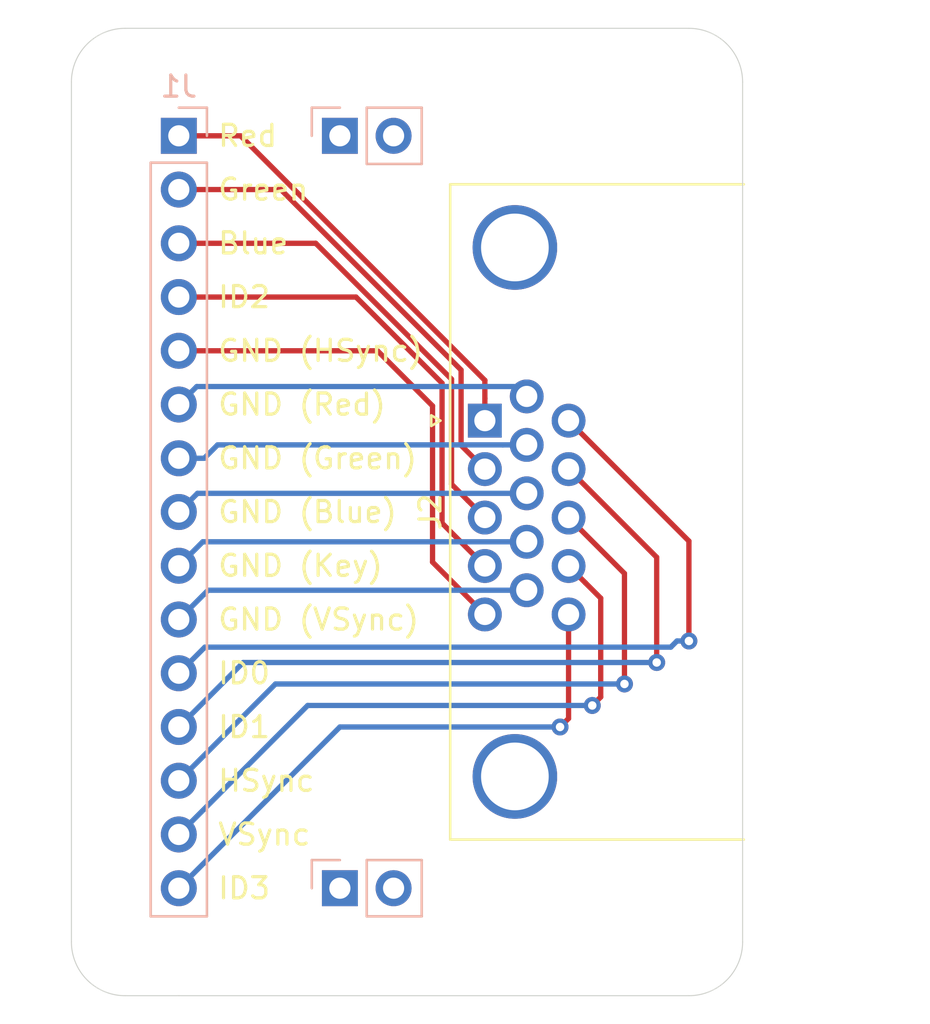
<source format=kicad_pcb>
(kicad_pcb (version 20171130) (host pcbnew "(5.1.5)-3")

  (general
    (thickness 1.6)
    (drawings 24)
    (tracks 64)
    (zones 0)
    (modules 6)
    (nets 21)
  )

  (page A4)
  (layers
    (0 F.Cu signal)
    (31 B.Cu signal)
    (32 B.Adhes user)
    (33 F.Adhes user)
    (34 B.Paste user)
    (35 F.Paste user)
    (36 B.SilkS user)
    (37 F.SilkS user)
    (38 B.Mask user)
    (39 F.Mask user)
    (40 Dwgs.User user)
    (41 Cmts.User user)
    (42 Eco1.User user)
    (43 Eco2.User user)
    (44 Edge.Cuts user)
    (45 Margin user)
    (46 B.CrtYd user)
    (47 F.CrtYd user)
    (48 B.Fab user)
    (49 F.Fab user)
  )

  (setup
    (last_trace_width 0.25)
    (trace_clearance 0.2)
    (zone_clearance 0.508)
    (zone_45_only no)
    (trace_min 0.2)
    (via_size 0.8)
    (via_drill 0.4)
    (via_min_size 0.4)
    (via_min_drill 0.3)
    (uvia_size 0.3)
    (uvia_drill 0.1)
    (uvias_allowed no)
    (uvia_min_size 0.2)
    (uvia_min_drill 0.1)
    (edge_width 0.05)
    (segment_width 0.2)
    (pcb_text_width 0.3)
    (pcb_text_size 1.5 1.5)
    (mod_edge_width 0.12)
    (mod_text_size 1 1)
    (mod_text_width 0.15)
    (pad_size 1.524 1.524)
    (pad_drill 0.762)
    (pad_to_mask_clearance 0.051)
    (solder_mask_min_width 0.25)
    (aux_axis_origin 0 0)
    (visible_elements 7FFFFFFF)
    (pcbplotparams
      (layerselection 0x010fc_ffffffff)
      (usegerberextensions false)
      (usegerberattributes false)
      (usegerberadvancedattributes false)
      (creategerberjobfile false)
      (excludeedgelayer true)
      (linewidth 0.100000)
      (plotframeref false)
      (viasonmask false)
      (mode 1)
      (useauxorigin false)
      (hpglpennumber 1)
      (hpglpenspeed 20)
      (hpglpendiameter 15.000000)
      (psnegative false)
      (psa4output false)
      (plotreference true)
      (plotvalue true)
      (plotinvisibletext false)
      (padsonsilk false)
      (subtractmaskfromsilk false)
      (outputformat 1)
      (mirror false)
      (drillshape 1)
      (scaleselection 1)
      (outputdirectory ""))
  )

  (net 0 "")
  (net 1 "Net-(J1-Pad15)")
  (net 2 "Net-(J1-Pad14)")
  (net 3 "Net-(J1-Pad13)")
  (net 4 "Net-(J1-Pad12)")
  (net 5 "Net-(J1-Pad11)")
  (net 6 "Net-(J1-Pad10)")
  (net 7 "Net-(J1-Pad9)")
  (net 8 "Net-(J1-Pad8)")
  (net 9 "Net-(J1-Pad7)")
  (net 10 "Net-(J1-Pad6)")
  (net 11 "Net-(J1-Pad5)")
  (net 12 "Net-(J1-Pad4)")
  (net 13 "Net-(J1-Pad3)")
  (net 14 "Net-(J1-Pad2)")
  (net 15 "Net-(J1-Pad1)")
  (net 16 "Net-(J2-Pad0)")
  (net 17 "Net-(J3-Pad2)")
  (net 18 "Net-(J3-Pad1)")
  (net 19 "Net-(J4-Pad2)")
  (net 20 "Net-(J4-Pad1)")

  (net_class Default "This is the default net class."
    (clearance 0.2)
    (trace_width 0.25)
    (via_dia 0.8)
    (via_drill 0.4)
    (uvia_dia 0.3)
    (uvia_drill 0.1)
    (add_net "Net-(J1-Pad1)")
    (add_net "Net-(J1-Pad10)")
    (add_net "Net-(J1-Pad11)")
    (add_net "Net-(J1-Pad12)")
    (add_net "Net-(J1-Pad13)")
    (add_net "Net-(J1-Pad14)")
    (add_net "Net-(J1-Pad15)")
    (add_net "Net-(J1-Pad2)")
    (add_net "Net-(J1-Pad3)")
    (add_net "Net-(J1-Pad4)")
    (add_net "Net-(J1-Pad5)")
    (add_net "Net-(J1-Pad6)")
    (add_net "Net-(J1-Pad7)")
    (add_net "Net-(J1-Pad8)")
    (add_net "Net-(J1-Pad9)")
    (add_net "Net-(J2-Pad0)")
    (add_net "Net-(J3-Pad1)")
    (add_net "Net-(J3-Pad2)")
    (add_net "Net-(J4-Pad1)")
    (add_net "Net-(J4-Pad2)")
  )

  (module MountingHole:MountingHole_2mm (layer F.Cu) (tedit 5B924920) (tstamp 5FB56CF3)
    (at 148.59 107.95 90)
    (descr "Mounting Hole 2mm, no annular")
    (tags "mounting hole 2mm no annular")
    (path /5FBF8984)
    (attr virtual)
    (fp_text reference H2 (at 0 -3.2 90) (layer F.SilkS) hide
      (effects (font (size 1 1) (thickness 0.15)))
    )
    (fp_text value MountingHole (at 0 3.1 90) (layer F.Fab)
      (effects (font (size 1 1) (thickness 0.15)))
    )
    (fp_circle (center 0 0) (end 2.25 0) (layer F.CrtYd) (width 0.05))
    (fp_circle (center 0 0) (end 2 0) (layer Cmts.User) (width 0.15))
    (fp_text user %R (at 0.3 0 90) (layer F.Fab)
      (effects (font (size 1 1) (thickness 0.15)))
    )
    (pad "" np_thru_hole circle (at 0 0 90) (size 2 2) (drill 2) (layers *.Cu *.Mask))
  )

  (module MountingHole:MountingHole_2mm (layer F.Cu) (tedit 5B924920) (tstamp 5FB56D08)
    (at 148.59 69.85 90)
    (descr "Mounting Hole 2mm, no annular")
    (tags "mounting hole 2mm no annular")
    (path /5FBF846B)
    (attr virtual)
    (fp_text reference H1 (at 0 -3.2 90) (layer F.SilkS) hide
      (effects (font (size 1 1) (thickness 0.15)))
    )
    (fp_text value MountingHole (at 0 3.1 90) (layer F.Fab)
      (effects (font (size 1 1) (thickness 0.15)))
    )
    (fp_circle (center 0 0) (end 2.25 0) (layer F.CrtYd) (width 0.05))
    (fp_circle (center 0 0) (end 2 0) (layer Cmts.User) (width 0.15))
    (fp_text user %R (at 0.3 0 90) (layer F.Fab)
      (effects (font (size 1 1) (thickness 0.15)))
    )
    (pad "" np_thru_hole circle (at 0 0 90) (size 2 2) (drill 2) (layers *.Cu *.Mask))
  )

  (module Connector_PinHeader_2.54mm:PinHeader_1x02_P2.54mm_Vertical (layer B.Cu) (tedit 59FED5CC) (tstamp 5FB5686D)
    (at 135.89 71.12 270)
    (descr "Through hole straight pin header, 1x02, 2.54mm pitch, single row")
    (tags "Through hole pin header THT 1x02 2.54mm single row")
    (path /5FBF308F)
    (fp_text reference J4 (at 0 2.33 270) (layer B.SilkS) hide
      (effects (font (size 1 1) (thickness 0.15)) (justify mirror))
    )
    (fp_text value Holder1 (at 0 -4.87 270) (layer B.Fab)
      (effects (font (size 1 1) (thickness 0.15)) (justify mirror))
    )
    (fp_text user %R (at 0 -1.27) (layer B.Fab)
      (effects (font (size 1 1) (thickness 0.15)) (justify mirror))
    )
    (fp_line (start 1.8 1.8) (end -1.8 1.8) (layer B.CrtYd) (width 0.05))
    (fp_line (start 1.8 -4.35) (end 1.8 1.8) (layer B.CrtYd) (width 0.05))
    (fp_line (start -1.8 -4.35) (end 1.8 -4.35) (layer B.CrtYd) (width 0.05))
    (fp_line (start -1.8 1.8) (end -1.8 -4.35) (layer B.CrtYd) (width 0.05))
    (fp_line (start -1.33 1.33) (end 0 1.33) (layer B.SilkS) (width 0.12))
    (fp_line (start -1.33 0) (end -1.33 1.33) (layer B.SilkS) (width 0.12))
    (fp_line (start -1.33 -1.27) (end 1.33 -1.27) (layer B.SilkS) (width 0.12))
    (fp_line (start 1.33 -1.27) (end 1.33 -3.87) (layer B.SilkS) (width 0.12))
    (fp_line (start -1.33 -1.27) (end -1.33 -3.87) (layer B.SilkS) (width 0.12))
    (fp_line (start -1.33 -3.87) (end 1.33 -3.87) (layer B.SilkS) (width 0.12))
    (fp_line (start -1.27 0.635) (end -0.635 1.27) (layer B.Fab) (width 0.1))
    (fp_line (start -1.27 -3.81) (end -1.27 0.635) (layer B.Fab) (width 0.1))
    (fp_line (start 1.27 -3.81) (end -1.27 -3.81) (layer B.Fab) (width 0.1))
    (fp_line (start 1.27 1.27) (end 1.27 -3.81) (layer B.Fab) (width 0.1))
    (fp_line (start -0.635 1.27) (end 1.27 1.27) (layer B.Fab) (width 0.1))
    (pad 2 thru_hole oval (at 0 -2.54 270) (size 1.7 1.7) (drill 1) (layers *.Cu *.Mask)
      (net 19 "Net-(J4-Pad2)"))
    (pad 1 thru_hole rect (at 0 0 270) (size 1.7 1.7) (drill 1) (layers *.Cu *.Mask)
      (net 20 "Net-(J4-Pad1)"))
    (model ${KISYS3DMOD}/Connector_PinHeader_2.54mm.3dshapes/PinHeader_1x02_P2.54mm_Vertical.wrl
      (at (xyz 0 0 0))
      (scale (xyz 1 1 1))
      (rotate (xyz 0 0 0))
    )
  )

  (module Connector_PinHeader_2.54mm:PinHeader_1x02_P2.54mm_Vertical (layer B.Cu) (tedit 59FED5CC) (tstamp 5FB56857)
    (at 135.89 106.68 270)
    (descr "Through hole straight pin header, 1x02, 2.54mm pitch, single row")
    (tags "Through hole pin header THT 1x02 2.54mm single row")
    (path /5FBF2A1E)
    (fp_text reference J3 (at 0 2.33 270) (layer B.SilkS) hide
      (effects (font (size 1 1) (thickness 0.15)) (justify mirror))
    )
    (fp_text value Holder2 (at 0 -4.87 270) (layer B.Fab)
      (effects (font (size 1 1) (thickness 0.15)) (justify mirror))
    )
    (fp_text user %R (at 0 -1.27) (layer B.Fab)
      (effects (font (size 1 1) (thickness 0.15)) (justify mirror))
    )
    (fp_line (start 1.8 1.8) (end -1.8 1.8) (layer B.CrtYd) (width 0.05))
    (fp_line (start 1.8 -4.35) (end 1.8 1.8) (layer B.CrtYd) (width 0.05))
    (fp_line (start -1.8 -4.35) (end 1.8 -4.35) (layer B.CrtYd) (width 0.05))
    (fp_line (start -1.8 1.8) (end -1.8 -4.35) (layer B.CrtYd) (width 0.05))
    (fp_line (start -1.33 1.33) (end 0 1.33) (layer B.SilkS) (width 0.12))
    (fp_line (start -1.33 0) (end -1.33 1.33) (layer B.SilkS) (width 0.12))
    (fp_line (start -1.33 -1.27) (end 1.33 -1.27) (layer B.SilkS) (width 0.12))
    (fp_line (start 1.33 -1.27) (end 1.33 -3.87) (layer B.SilkS) (width 0.12))
    (fp_line (start -1.33 -1.27) (end -1.33 -3.87) (layer B.SilkS) (width 0.12))
    (fp_line (start -1.33 -3.87) (end 1.33 -3.87) (layer B.SilkS) (width 0.12))
    (fp_line (start -1.27 0.635) (end -0.635 1.27) (layer B.Fab) (width 0.1))
    (fp_line (start -1.27 -3.81) (end -1.27 0.635) (layer B.Fab) (width 0.1))
    (fp_line (start 1.27 -3.81) (end -1.27 -3.81) (layer B.Fab) (width 0.1))
    (fp_line (start 1.27 1.27) (end 1.27 -3.81) (layer B.Fab) (width 0.1))
    (fp_line (start -0.635 1.27) (end 1.27 1.27) (layer B.Fab) (width 0.1))
    (pad 2 thru_hole oval (at 0 -2.54 270) (size 1.7 1.7) (drill 1) (layers *.Cu *.Mask)
      (net 17 "Net-(J3-Pad2)"))
    (pad 1 thru_hole rect (at 0 0 270) (size 1.7 1.7) (drill 1) (layers *.Cu *.Mask)
      (net 18 "Net-(J3-Pad1)"))
    (model ${KISYS3DMOD}/Connector_PinHeader_2.54mm.3dshapes/PinHeader_1x02_P2.54mm_Vertical.wrl
      (at (xyz 0 0 0))
      (scale (xyz 1 1 1))
      (rotate (xyz 0 0 0))
    )
  )

  (module Connector_Dsub:DSUB-15-HD_Female_Horizontal_P2.29x1.98mm_EdgePinOffset8.35mm_Housed_MountingHolesOffset10.89mm (layer F.Cu) (tedit 59FEDEE2) (tstamp 5FB55F2D)
    (at 142.748 84.582 90)
    (descr "15-pin D-Sub connector, horizontal/angled (90 deg), THT-mount, female, pitch 2.29x1.98mm, pin-PCB-offset 8.35mm, distance of mounting holes 25mm, distance of mounting holes to PCB edge 10.889999999999999mm, see https://disti-assets.s3.amazonaws.com/tonar/files/datasheets/16730.pdf")
    (tags "15-pin D-Sub connector horizontal angled 90deg THT female pitch 2.29x1.98mm pin-PCB-offset 8.35mm mounting-holes-distance 25mm mounting-hole-offset 25mm")
    (path /5FBDA24B)
    (fp_text reference J2 (at -4.315 -2.58 90) (layer F.SilkS)
      (effects (font (size 1 1) (thickness 0.15)))
    )
    (fp_text value "VGA Port" (at -4.315 20.21 90) (layer F.Fab)
      (effects (font (size 1 1) (thickness 0.15)))
    )
    (fp_text user %R (at -4.315 15.71 90) (layer F.Fab)
      (effects (font (size 1 1) (thickness 0.15)))
    )
    (fp_line (start 11.65 -2.1) (end -20.25 -2.1) (layer F.CrtYd) (width 0.05))
    (fp_line (start 11.65 19.25) (end 11.65 -2.1) (layer F.CrtYd) (width 0.05))
    (fp_line (start -20.25 19.25) (end 11.65 19.25) (layer F.CrtYd) (width 0.05))
    (fp_line (start -20.25 -2.1) (end -20.25 19.25) (layer F.CrtYd) (width 0.05))
    (fp_line (start 0 -2.101325) (end -0.25 -2.534338) (layer F.SilkS) (width 0.12))
    (fp_line (start 0.25 -2.534338) (end 0 -2.101325) (layer F.SilkS) (width 0.12))
    (fp_line (start -0.25 -2.534338) (end 0.25 -2.534338) (layer F.SilkS) (width 0.12))
    (fp_line (start 11.17 -1.64) (end 11.17 12.25) (layer F.SilkS) (width 0.12))
    (fp_line (start -19.8 -1.64) (end 11.17 -1.64) (layer F.SilkS) (width 0.12))
    (fp_line (start -19.8 12.25) (end -19.8 -1.64) (layer F.SilkS) (width 0.12))
    (fp_line (start 9.785 12.31) (end 9.785 1.42) (layer F.Fab) (width 0.1))
    (fp_line (start 6.585 12.31) (end 6.585 1.42) (layer F.Fab) (width 0.1))
    (fp_line (start -15.215 12.31) (end -15.215 1.42) (layer F.Fab) (width 0.1))
    (fp_line (start -18.415 12.31) (end -18.415 1.42) (layer F.Fab) (width 0.1))
    (fp_line (start 10.685 12.71) (end 5.685 12.71) (layer F.Fab) (width 0.1))
    (fp_line (start 10.685 17.71) (end 10.685 12.71) (layer F.Fab) (width 0.1))
    (fp_line (start 5.685 17.71) (end 10.685 17.71) (layer F.Fab) (width 0.1))
    (fp_line (start 5.685 12.71) (end 5.685 17.71) (layer F.Fab) (width 0.1))
    (fp_line (start -14.315 12.71) (end -19.315 12.71) (layer F.Fab) (width 0.1))
    (fp_line (start -14.315 17.71) (end -14.315 12.71) (layer F.Fab) (width 0.1))
    (fp_line (start -19.315 17.71) (end -14.315 17.71) (layer F.Fab) (width 0.1))
    (fp_line (start -19.315 12.71) (end -19.315 17.71) (layer F.Fab) (width 0.1))
    (fp_line (start 3.835 12.71) (end -12.465 12.71) (layer F.Fab) (width 0.1))
    (fp_line (start 3.835 18.71) (end 3.835 12.71) (layer F.Fab) (width 0.1))
    (fp_line (start -12.465 18.71) (end 3.835 18.71) (layer F.Fab) (width 0.1))
    (fp_line (start -12.465 12.71) (end -12.465 18.71) (layer F.Fab) (width 0.1))
    (fp_line (start 11.11 12.31) (end -19.74 12.31) (layer F.Fab) (width 0.1))
    (fp_line (start 11.11 12.71) (end 11.11 12.31) (layer F.Fab) (width 0.1))
    (fp_line (start -19.74 12.71) (end 11.11 12.71) (layer F.Fab) (width 0.1))
    (fp_line (start -19.74 12.31) (end -19.74 12.71) (layer F.Fab) (width 0.1))
    (fp_line (start 11.11 -1.58) (end -19.74 -1.58) (layer F.Fab) (width 0.1))
    (fp_line (start 11.11 12.31) (end 11.11 -1.58) (layer F.Fab) (width 0.1))
    (fp_line (start -19.74 12.31) (end 11.11 12.31) (layer F.Fab) (width 0.1))
    (fp_line (start -19.74 -1.58) (end -19.74 12.31) (layer F.Fab) (width 0.1))
    (fp_arc (start 8.185 1.42) (end 6.585 1.42) (angle 180) (layer F.Fab) (width 0.1))
    (fp_arc (start -16.815 1.42) (end -18.415 1.42) (angle 180) (layer F.Fab) (width 0.1))
    (pad 0 thru_hole circle (at 8.185 1.42 90) (size 4 4) (drill 3.2) (layers *.Cu *.Mask)
      (net 16 "Net-(J2-Pad0)"))
    (pad 0 thru_hole circle (at -16.815 1.42 90) (size 4 4) (drill 3.2) (layers *.Cu *.Mask)
      (net 16 "Net-(J2-Pad0)"))
    (pad 15 thru_hole circle (at -9.16 3.96 90) (size 1.6 1.6) (drill 1) (layers *.Cu *.Mask)
      (net 1 "Net-(J1-Pad15)"))
    (pad 14 thru_hole circle (at -6.87 3.96 90) (size 1.6 1.6) (drill 1) (layers *.Cu *.Mask)
      (net 2 "Net-(J1-Pad14)"))
    (pad 13 thru_hole circle (at -4.58 3.96 90) (size 1.6 1.6) (drill 1) (layers *.Cu *.Mask)
      (net 3 "Net-(J1-Pad13)"))
    (pad 12 thru_hole circle (at -2.29 3.96 90) (size 1.6 1.6) (drill 1) (layers *.Cu *.Mask)
      (net 4 "Net-(J1-Pad12)"))
    (pad 11 thru_hole circle (at 0 3.96 90) (size 1.6 1.6) (drill 1) (layers *.Cu *.Mask)
      (net 5 "Net-(J1-Pad11)"))
    (pad 10 thru_hole circle (at -8.015 1.98 90) (size 1.6 1.6) (drill 1) (layers *.Cu *.Mask)
      (net 6 "Net-(J1-Pad10)"))
    (pad 9 thru_hole circle (at -5.725 1.98 90) (size 1.6 1.6) (drill 1) (layers *.Cu *.Mask)
      (net 7 "Net-(J1-Pad9)"))
    (pad 8 thru_hole circle (at -3.435 1.98 90) (size 1.6 1.6) (drill 1) (layers *.Cu *.Mask)
      (net 8 "Net-(J1-Pad8)"))
    (pad 7 thru_hole circle (at -1.145 1.98 90) (size 1.6 1.6) (drill 1) (layers *.Cu *.Mask)
      (net 9 "Net-(J1-Pad7)"))
    (pad 6 thru_hole circle (at 1.145 1.98 90) (size 1.6 1.6) (drill 1) (layers *.Cu *.Mask)
      (net 10 "Net-(J1-Pad6)"))
    (pad 5 thru_hole circle (at -9.16 0 90) (size 1.6 1.6) (drill 1) (layers *.Cu *.Mask)
      (net 11 "Net-(J1-Pad5)"))
    (pad 4 thru_hole circle (at -6.87 0 90) (size 1.6 1.6) (drill 1) (layers *.Cu *.Mask)
      (net 12 "Net-(J1-Pad4)"))
    (pad 3 thru_hole circle (at -4.58 0 90) (size 1.6 1.6) (drill 1) (layers *.Cu *.Mask)
      (net 13 "Net-(J1-Pad3)"))
    (pad 2 thru_hole circle (at -2.29 0 90) (size 1.6 1.6) (drill 1) (layers *.Cu *.Mask)
      (net 14 "Net-(J1-Pad2)"))
    (pad 1 thru_hole rect (at 0 0 90) (size 1.6 1.6) (drill 1) (layers *.Cu *.Mask)
      (net 15 "Net-(J1-Pad1)"))
    (model ${KISYS3DMOD}/Connector_Dsub.3dshapes/DSUB-15-HD_Female_Horizontal_P2.29x1.98mm_EdgePinOffset8.35mm_Housed_MountingHolesOffset10.89mm.wrl
      (at (xyz 0 0 0))
      (scale (xyz 1 1 1))
      (rotate (xyz 0 0 0))
    )
  )

  (module Connector_PinHeader_2.54mm:PinHeader_1x15_P2.54mm_Vertical (layer B.Cu) (tedit 59FED5CC) (tstamp 5FB5572A)
    (at 128.27 71.12 180)
    (descr "Through hole straight pin header, 1x15, 2.54mm pitch, single row")
    (tags "Through hole pin header THT 1x15 2.54mm single row")
    (path /5FBDD311)
    (fp_text reference J1 (at 0 2.33) (layer B.SilkS)
      (effects (font (size 1 1) (thickness 0.15)) (justify mirror))
    )
    (fp_text value "Breadboard connector" (at 0 -37.89) (layer B.Fab)
      (effects (font (size 1 1) (thickness 0.15)) (justify mirror))
    )
    (fp_text user %R (at 0 -17.78 270) (layer B.Fab)
      (effects (font (size 1 1) (thickness 0.15)) (justify mirror))
    )
    (fp_line (start 1.8 1.8) (end -1.8 1.8) (layer B.CrtYd) (width 0.05))
    (fp_line (start 1.8 -37.35) (end 1.8 1.8) (layer B.CrtYd) (width 0.05))
    (fp_line (start -1.8 -37.35) (end 1.8 -37.35) (layer B.CrtYd) (width 0.05))
    (fp_line (start -1.8 1.8) (end -1.8 -37.35) (layer B.CrtYd) (width 0.05))
    (fp_line (start -1.33 1.33) (end 0 1.33) (layer B.SilkS) (width 0.12))
    (fp_line (start -1.33 0) (end -1.33 1.33) (layer B.SilkS) (width 0.12))
    (fp_line (start -1.33 -1.27) (end 1.33 -1.27) (layer B.SilkS) (width 0.12))
    (fp_line (start 1.33 -1.27) (end 1.33 -36.89) (layer B.SilkS) (width 0.12))
    (fp_line (start -1.33 -1.27) (end -1.33 -36.89) (layer B.SilkS) (width 0.12))
    (fp_line (start -1.33 -36.89) (end 1.33 -36.89) (layer B.SilkS) (width 0.12))
    (fp_line (start -1.27 0.635) (end -0.635 1.27) (layer B.Fab) (width 0.1))
    (fp_line (start -1.27 -36.83) (end -1.27 0.635) (layer B.Fab) (width 0.1))
    (fp_line (start 1.27 -36.83) (end -1.27 -36.83) (layer B.Fab) (width 0.1))
    (fp_line (start 1.27 1.27) (end 1.27 -36.83) (layer B.Fab) (width 0.1))
    (fp_line (start -0.635 1.27) (end 1.27 1.27) (layer B.Fab) (width 0.1))
    (pad 15 thru_hole oval (at 0 -35.56 180) (size 1.7 1.7) (drill 1) (layers *.Cu *.Mask)
      (net 1 "Net-(J1-Pad15)"))
    (pad 14 thru_hole oval (at 0 -33.02 180) (size 1.7 1.7) (drill 1) (layers *.Cu *.Mask)
      (net 2 "Net-(J1-Pad14)"))
    (pad 13 thru_hole oval (at 0 -30.48 180) (size 1.7 1.7) (drill 1) (layers *.Cu *.Mask)
      (net 3 "Net-(J1-Pad13)"))
    (pad 12 thru_hole oval (at 0 -27.94 180) (size 1.7 1.7) (drill 1) (layers *.Cu *.Mask)
      (net 4 "Net-(J1-Pad12)"))
    (pad 11 thru_hole oval (at 0 -25.4 180) (size 1.7 1.7) (drill 1) (layers *.Cu *.Mask)
      (net 5 "Net-(J1-Pad11)"))
    (pad 10 thru_hole oval (at 0 -22.86 180) (size 1.7 1.7) (drill 1) (layers *.Cu *.Mask)
      (net 6 "Net-(J1-Pad10)"))
    (pad 9 thru_hole oval (at 0 -20.32 180) (size 1.7 1.7) (drill 1) (layers *.Cu *.Mask)
      (net 7 "Net-(J1-Pad9)"))
    (pad 8 thru_hole oval (at 0 -17.78 180) (size 1.7 1.7) (drill 1) (layers *.Cu *.Mask)
      (net 8 "Net-(J1-Pad8)"))
    (pad 7 thru_hole oval (at 0 -15.24 180) (size 1.7 1.7) (drill 1) (layers *.Cu *.Mask)
      (net 9 "Net-(J1-Pad7)"))
    (pad 6 thru_hole oval (at 0 -12.7 180) (size 1.7 1.7) (drill 1) (layers *.Cu *.Mask)
      (net 10 "Net-(J1-Pad6)"))
    (pad 5 thru_hole oval (at 0 -10.16 180) (size 1.7 1.7) (drill 1) (layers *.Cu *.Mask)
      (net 11 "Net-(J1-Pad5)"))
    (pad 4 thru_hole oval (at 0 -7.62 180) (size 1.7 1.7) (drill 1) (layers *.Cu *.Mask)
      (net 12 "Net-(J1-Pad4)"))
    (pad 3 thru_hole oval (at 0 -5.08 180) (size 1.7 1.7) (drill 1) (layers *.Cu *.Mask)
      (net 13 "Net-(J1-Pad3)"))
    (pad 2 thru_hole oval (at 0 -2.54 180) (size 1.7 1.7) (drill 1) (layers *.Cu *.Mask)
      (net 14 "Net-(J1-Pad2)"))
    (pad 1 thru_hole rect (at 0 0 180) (size 1.7 1.7) (drill 1) (layers *.Cu *.Mask)
      (net 15 "Net-(J1-Pad1)"))
    (model ${KISYS3DMOD}/Connector_PinHeader_2.54mm.3dshapes/PinHeader_1x15_P2.54mm_Vertical.wrl
      (at (xyz 0 0 0))
      (scale (xyz 1 1 1))
      (rotate (xyz 0 0 0))
    )
  )

  (gr_arc (start 152.4 109.22) (end 152.4 111.76) (angle -90) (layer Edge.Cuts) (width 0.05))
  (gr_arc (start 125.73 109.22) (end 123.19 109.22) (angle -90) (layer Edge.Cuts) (width 0.05))
  (gr_arc (start 125.73 68.58) (end 125.73 66.04) (angle -90) (layer Edge.Cuts) (width 0.05))
  (gr_arc (start 152.4 68.58) (end 154.94 68.58) (angle -90) (layer Edge.Cuts) (width 0.05))
  (gr_line (start 125.73 111.76) (end 128.27 111.76) (layer Edge.Cuts) (width 0.05) (tstamp 5FB55C8C))
  (gr_line (start 123.19 68.58) (end 123.19 109.22) (layer Edge.Cuts) (width 0.05))
  (gr_line (start 152.4 66.04) (end 125.73 66.04) (layer Edge.Cuts) (width 0.05))
  (gr_line (start 154.94 109.22) (end 154.94 68.58) (layer Edge.Cuts) (width 0.05))
  (gr_line (start 128.27 111.76) (end 152.4 111.76) (layer Edge.Cuts) (width 0.05))
  (gr_text ID3 (at 130.048 106.68) (layer F.SilkS)
    (effects (font (size 1 1) (thickness 0.15)) (justify left))
  )
  (gr_text VSync (at 130.048 104.14) (layer F.SilkS)
    (effects (font (size 1 1) (thickness 0.15)) (justify left))
  )
  (gr_text HSync (at 130.048 101.6) (layer F.SilkS)
    (effects (font (size 1 1) (thickness 0.15)) (justify left))
  )
  (gr_text ID1 (at 130.048 99.06) (layer F.SilkS)
    (effects (font (size 1 1) (thickness 0.15)) (justify left))
  )
  (gr_text ID0 (at 130.048 96.52) (layer F.SilkS)
    (effects (font (size 1 1) (thickness 0.15)) (justify left))
  )
  (gr_text "GND (VSync)" (at 130.048 93.98) (layer F.SilkS)
    (effects (font (size 1 1) (thickness 0.15)) (justify left))
  )
  (gr_text "GND (Key)" (at 130.048 91.44) (layer F.SilkS)
    (effects (font (size 1 1) (thickness 0.15)) (justify left))
  )
  (gr_text "GND (Blue)" (at 130.048 88.9) (layer F.SilkS)
    (effects (font (size 1 1) (thickness 0.15)) (justify left))
  )
  (gr_text "GND (Green)" (at 130.048 86.36) (layer F.SilkS)
    (effects (font (size 1 1) (thickness 0.15)) (justify left))
  )
  (gr_text "GND (Red)" (at 130.048 83.82) (layer F.SilkS)
    (effects (font (size 1 1) (thickness 0.15)) (justify left))
  )
  (gr_text "GND (HSync)" (at 130.048 81.28) (layer F.SilkS)
    (effects (font (size 1 1) (thickness 0.15)) (justify left))
  )
  (gr_text ID2 (at 130.048 78.74) (layer F.SilkS)
    (effects (font (size 1 1) (thickness 0.15)) (justify left))
  )
  (gr_text Blue (at 130.048 76.2) (layer F.SilkS)
    (effects (font (size 1 1) (thickness 0.15)) (justify left))
  )
  (gr_text Green (at 130.048 73.66) (layer F.SilkS)
    (effects (font (size 1 1) (thickness 0.15)) (justify left))
  )
  (gr_text Red (at 130.048 71.12) (layer F.SilkS)
    (effects (font (size 1 1) (thickness 0.15)) (justify left))
  )

  (via (at 146.304 99.06) (size 0.8) (drill 0.4) (layers F.Cu B.Cu) (net 1))
  (segment (start 146.708 98.656) (end 146.304 99.06) (width 0.25) (layer F.Cu) (net 1))
  (segment (start 135.89 99.06) (end 128.27 106.68) (width 0.25) (layer B.Cu) (net 1))
  (segment (start 146.304 99.06) (end 135.89 99.06) (width 0.25) (layer B.Cu) (net 1))
  (segment (start 146.708 98.656) (end 146.708 93.742) (width 0.25) (layer F.Cu) (net 1))
  (via (at 147.828 98.044) (size 0.8) (drill 0.4) (layers F.Cu B.Cu) (net 2))
  (segment (start 147.833001 98.038999) (end 147.828 98.044) (width 0.25) (layer F.Cu) (net 2))
  (segment (start 134.366 98.044) (end 128.27 104.14) (width 0.25) (layer B.Cu) (net 2))
  (segment (start 147.828 98.044) (end 134.366 98.044) (width 0.25) (layer B.Cu) (net 2))
  (segment (start 148.227999 97.644001) (end 148.227999 92.971999) (width 0.25) (layer F.Cu) (net 2))
  (segment (start 147.507999 92.251999) (end 146.708 91.452) (width 0.25) (layer F.Cu) (net 2))
  (segment (start 148.227999 92.971999) (end 147.507999 92.251999) (width 0.25) (layer F.Cu) (net 2))
  (segment (start 147.828 98.044) (end 148.227999 97.644001) (width 0.25) (layer F.Cu) (net 2))
  (via (at 149.352 97.028) (size 0.8) (drill 0.4) (layers F.Cu B.Cu) (net 3))
  (segment (start 132.842 97.028) (end 128.27 101.6) (width 0.25) (layer B.Cu) (net 3))
  (segment (start 149.352 97.028) (end 132.842 97.028) (width 0.25) (layer B.Cu) (net 3))
  (segment (start 149.352 91.806) (end 146.708 89.162) (width 0.25) (layer F.Cu) (net 3))
  (segment (start 149.352 97.028) (end 149.352 91.806) (width 0.25) (layer F.Cu) (net 3))
  (via (at 150.876 96.012) (size 0.8) (drill 0.4) (layers F.Cu B.Cu) (net 4))
  (segment (start 131.318 96.012) (end 128.27 99.06) (width 0.25) (layer B.Cu) (net 4))
  (segment (start 150.876 96.012) (end 131.318 96.012) (width 0.25) (layer B.Cu) (net 4))
  (segment (start 150.876 91.04) (end 146.708 86.872) (width 0.25) (layer F.Cu) (net 4))
  (segment (start 150.876 96.012) (end 150.876 91.04) (width 0.25) (layer F.Cu) (net 4))
  (via (at 152.4 94.996) (size 0.8) (drill 0.4) (layers F.Cu B.Cu) (net 5))
  (segment (start 151.834315 94.996) (end 152.4 94.996) (width 0.25) (layer B.Cu) (net 5))
  (segment (start 151.543316 95.286999) (end 151.834315 94.996) (width 0.25) (layer B.Cu) (net 5))
  (segment (start 129.503001 95.286999) (end 151.543316 95.286999) (width 0.25) (layer B.Cu) (net 5))
  (segment (start 128.27 96.52) (end 129.503001 95.286999) (width 0.25) (layer B.Cu) (net 5))
  (segment (start 152.4 90.274) (end 146.708 84.582) (width 0.25) (layer F.Cu) (net 5))
  (segment (start 152.4 94.996) (end 152.4 90.274) (width 0.25) (layer F.Cu) (net 5))
  (segment (start 129.653 92.597) (end 144.728 92.597) (width 0.25) (layer B.Cu) (net 6))
  (segment (start 128.27 93.98) (end 129.653 92.597) (width 0.25) (layer B.Cu) (net 6))
  (segment (start 129.403 90.307) (end 144.728 90.307) (width 0.25) (layer B.Cu) (net 7))
  (segment (start 128.27 91.44) (end 129.403 90.307) (width 0.25) (layer B.Cu) (net 7))
  (segment (start 129.153 88.017) (end 144.728 88.017) (width 0.25) (layer B.Cu) (net 8))
  (segment (start 128.27 88.9) (end 129.153 88.017) (width 0.25) (layer B.Cu) (net 8))
  (segment (start 143.59663 85.727) (end 144.728 85.727) (width 0.25) (layer B.Cu) (net 9))
  (segment (start 130.105081 85.727) (end 143.59663 85.727) (width 0.25) (layer B.Cu) (net 9))
  (segment (start 129.472081 86.36) (end 130.105081 85.727) (width 0.25) (layer B.Cu) (net 9))
  (segment (start 128.27 86.36) (end 129.472081 86.36) (width 0.25) (layer B.Cu) (net 9))
  (segment (start 144.261001 82.970001) (end 144.728 83.437) (width 0.25) (layer B.Cu) (net 10))
  (segment (start 129.119999 82.970001) (end 144.261001 82.970001) (width 0.25) (layer B.Cu) (net 10))
  (segment (start 128.27 83.82) (end 129.119999 82.970001) (width 0.25) (layer B.Cu) (net 10))
  (segment (start 128.27 81.28) (end 137.668 81.28) (width 0.25) (layer F.Cu) (net 11) (status 10))
  (segment (start 137.668 81.28) (end 140.272966 83.884966) (width 0.25) (layer F.Cu) (net 11))
  (segment (start 140.272966 91.266966) (end 142.748 93.742) (width 0.25) (layer F.Cu) (net 11))
  (segment (start 140.272966 83.884966) (end 140.272966 91.266966) (width 0.25) (layer F.Cu) (net 11))
  (segment (start 128.27 78.74) (end 136.652 78.74) (width 0.25) (layer F.Cu) (net 12) (status 10))
  (segment (start 136.652 78.74) (end 140.72298 82.81098) (width 0.25) (layer F.Cu) (net 12))
  (segment (start 140.72298 89.42698) (end 142.748 91.452) (width 0.25) (layer F.Cu) (net 12))
  (segment (start 140.72298 82.81098) (end 140.72298 89.42698) (width 0.25) (layer F.Cu) (net 12))
  (segment (start 141.948001 88.362001) (end 142.748 89.162) (width 0.25) (layer F.Cu) (net 13))
  (segment (start 141.172989 87.586989) (end 141.948001 88.362001) (width 0.25) (layer F.Cu) (net 13))
  (segment (start 141.172989 82.624579) (end 141.172989 87.586989) (width 0.25) (layer F.Cu) (net 13))
  (segment (start 134.748411 76.2) (end 141.172989 82.624579) (width 0.25) (layer F.Cu) (net 13))
  (segment (start 128.27 76.2) (end 134.748411 76.2) (width 0.25) (layer F.Cu) (net 13))
  (segment (start 133.096 73.66) (end 141.622999 82.186999) (width 0.25) (layer F.Cu) (net 14))
  (segment (start 128.27 73.66) (end 133.096 73.66) (width 0.25) (layer F.Cu) (net 14) (status 10))
  (segment (start 141.622999 85.746999) (end 142.748 86.872) (width 0.25) (layer F.Cu) (net 14))
  (segment (start 141.622999 82.186999) (end 141.622999 85.746999) (width 0.25) (layer F.Cu) (net 14))
  (segment (start 142.748 83.532) (end 142.748 84.582) (width 0.25) (layer F.Cu) (net 15))
  (segment (start 142.748 82.67559) (end 142.748 83.532) (width 0.25) (layer F.Cu) (net 15))
  (segment (start 131.19241 71.12) (end 142.748 82.67559) (width 0.25) (layer F.Cu) (net 15))
  (segment (start 128.27 71.12) (end 131.19241 71.12) (width 0.25) (layer F.Cu) (net 15))

)

</source>
